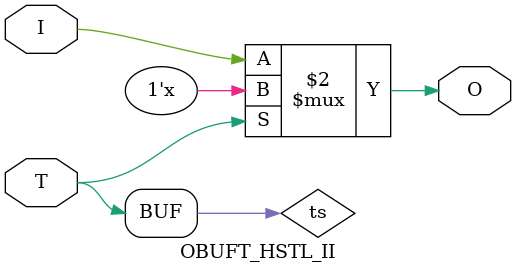
<source format=v>

/*

FUNCTION	: TRI-STATE OUTPUT BUFFER

*/

`celldefine
`timescale  100 ps / 10 ps

module OBUFT_HSTL_II (O, I, T);

    output O;

    input  I, T;

    or O1 (ts, 1'b0, T);
    bufif0 T1 (O, I, ts);

endmodule

</source>
